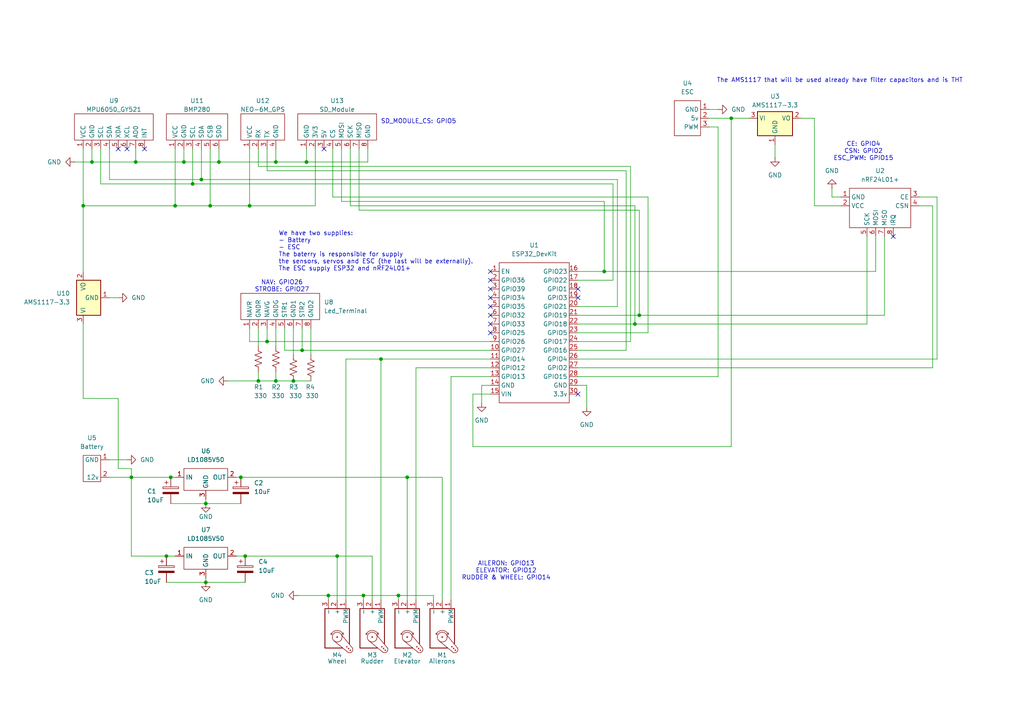
<source format=kicad_sch>
(kicad_sch (version 20250114) (generator "eeschema") (generator_version "9.0")
  (paper "A4")
  (title_block (title "Airplane Circuit") (date "2025-09-04") (rev "0.0.1") (company "Breno Soares Alves"))
  (lib_symbols
    (symbol "Device:C_Polarized" (pin_numbers (hide yes)) (pin_names (offset 0.254))
      (property "Reference" "C" (at 0.635 2.54 0))
      (property "Value" "C_Polarized" (at 0.635 -2.54 0))
      (symbol "C_Polarized_0_1"
        (rectangle (start -2.286 0.508) (end 2.286 1.016))
        (polyline (pts (xy -1.778 2.286) (xy -0.762 2.286)))
        (polyline (pts (xy -1.27 2.794) (xy -1.27 1.778)))
        (rectangle (start 2.286 -0.508) (end -2.286 -1.016) (fill (type outline)))
      )
      (symbol "C_Polarized_1_1"
        (pin passive line (at 0 3.81 270) (length 2.794) (name "~") (number "1"))
        (pin passive line (at 0 -3.81 90) (length 2.794) (name "~") (number "2"))
      )
    )
    (symbol "Device:R_US" (pin_numbers (hide yes)) (pin_names (offset 0))
      (property "Reference" "R" (at 2.54 0 90))
      (property "Value" "R_US" (at -2.54 0 90))
      (symbol "R_US_0_1"
        (polyline (pts (xy 0 2.286) (xy 0 2.54)))
        (polyline (pts (xy 0 2.286) (xy 1.016 1.905) (xy 0 1.524) (xy -1.016 1.143) (xy 0 0.762)))
        (polyline (pts (xy 0 0.762) (xy 1.016 0.381) (xy 0 0) (xy -1.016 -0.381) (xy 0 -0.762)))
        (polyline (pts (xy 0 -0.762) (xy 1.016 -1.143) (xy 0 -1.524) (xy -1.016 -1.905) (xy 0 -2.286)))
        (polyline (pts (xy 0 -2.286) (xy 0 -2.54)))
      )
      (symbol "R_US_1_1"
        (pin passive line (at 0 3.81 270) (length 1.27) (name "~") (number "1"))
        (pin passive line (at 0 -3.81 90) (length 1.27) (name "~") (number "2"))
      )
    )
    (symbol "LD1085V50_1"
      (property "Reference" "U" (at 0 7.62 0))
      (property "Value" "LD1085V50" (at 0 5.08 0))
      (symbol "LD1085V50_1_0_1"
        (rectangle (start -6.35 3.81) (end 6.35 -2.54))
      )
      (symbol "LD1085V50_1_1_1"
        (pin bidirectional line (at -8.89 1.27 0) (length 2.54) (name "IN") (number "1"))
        (pin bidirectional line (at 0 -5.08 90) (length 2.54) (name "GND") (number "3"))
        (pin bidirectional line (at 8.89 1.27 180) (length 2.54) (name "OUT") (number "2"))
      )
    )
    (symbol "Motor:Motor_Servo" (pin_names (offset 0.0254))
      (property "Reference" "M" (at -5.08 4.445 0))
      (property "Value" "Motor_Servo" (at -5.08 -4.064 0))
      (symbol "Motor_Servo_0_1"
        (polyline (pts (xy 2.413 1.778) (xy 1.905 1.778)))
        (polyline (pts (xy 2.413 1.778) (xy 2.286 1.397)))
        (polyline (pts (xy 2.413 -1.778) (xy 2.032 -1.778)))
        (polyline (pts (xy 2.413 -1.778) (xy 2.286 -1.397)))
        (arc (start 2.413 -1.778) (mid 1.2406 0) (end 2.413 1.778))
        (circle (center 3.175 0) (radius 0.1778))
        (circle (center 3.175 0) (radius 1.4224))
        (polyline (pts (xy 5.08 3.556) (xy -5.08 3.556) (xy -5.08 -3.556) (xy 6.35 -3.556) (xy 6.35 1.524)) (stroke (width 0.254)))
        (circle (center 5.969 2.794) (radius 0.127))
        (polyline (pts (xy 6.35 4.445) (xy 2.54 1.27)))
        (circle (center 6.477 3.302) (radius 0.127))
        (arc (start 6.35 4.445) (mid 7.4487 4.2737) (end 7.62 3.175))
        (circle (center 6.985 3.81) (radius 0.127))
        (polyline (pts (xy 7.62 3.175) (xy 4.191 -1.016)))
      )
      (symbol "Motor_Servo_1_1"
        (pin passive line (at -7.62 2.54 0) (length 2.54) (name "PWM") (number "1"))
        (pin passive line (at -7.62 0 0) (length 2.54) (name "+") (number "2"))
        (pin passive line (at -7.62 -2.54 0) (length 2.54) (name "-") (number "3"))
      )
    )
    (symbol "Regulator_Linear:AMS1117-3.3"
      (property "Reference" "U" (at -3.81 3.175 0))
      (property "Value" "AMS1117-3.3" (at 0 3.175 0))
      (symbol "AMS1117-3.3_0_1"
        (rectangle (start -5.08 -5.08) (end 5.08 1.905) (stroke (width 0.254)) (fill (type background)))
      )
      (symbol "AMS1117-3.3_1_1"
        (pin power_in line (at -7.62 0 0) (length 2.54) (name "VI") (number "3"))
        (pin power_in line (at 0 -7.62 90) (length 2.54) (name "GND") (number "1"))
        (pin power_out line (at 7.62 0 180) (length 2.54) (name "VO") (number "2"))
      )
    )
    (symbol "airplane_comps:BMP280"
      (property "Reference" "U" (at 0 7.62 0))
      (property "Value" "BMP280" (at 0 5.08 0))
      (symbol "BMP280_0_1"
        (rectangle (start -8.89 3.81) (end 8.89 -3.81))
      )
      (symbol "BMP280_1_1"
        (pin bidirectional line (at -6.35 -6.35 90) (length 2.54) (name "VCC") (number "1"))
        (pin bidirectional line (at -3.81 -6.35 90) (length 2.54) (name "GND") (number "2"))
        (pin bidirectional line (at -1.27 -6.35 90) (length 2.54) (name "SCL") (number "3"))
        (pin bidirectional line (at 1.27 -6.35 90) (length 2.54) (name "SDA") (number "4"))
        (pin bidirectional line (at 3.81 -6.35 90) (length 2.54) (name "CSB") (number "5"))
        (pin bidirectional line (at 6.35 -6.35 90) (length 2.54) (name "SDO") (number "6"))
      )
    )
    (symbol "airplane_comps:Battery"
      (property "Reference" "U" (at 0 7.62 0))
      (property "Value" "Battery" (at 0 5.08 0))
      (symbol "Battery_0_1"
        (rectangle (start -2.54 3.81) (end 2.54 -3.81))
      )
      (symbol "Battery_1_1"
        (pin bidirectional line (at 5.08 2.54 180) (length 2.54) (name "GND") (number "1"))
        (pin bidirectional line (at 5.08 -2.54 180) (length 2.54) (name "12v") (number "2"))
      )
    )
    (symbol "airplane_comps:ESC"
      (property "Reference" "U" (at 0 8.89 0))
      (property "Value" "ESC" (at 0 6.35 0))
      (symbol "ESC_0_1"
        (rectangle (start -3.81 5.08) (end 3.81 -5.08))
      )
      (symbol "ESC_1_1"
        (pin bidirectional line (at 6.35 2.54 180) (length 2.54) (name "GND") (number "1"))
        (pin bidirectional line (at 6.35 0 180) (length 2.54) (name "5v") (number "2"))
        (pin bidirectional line (at 6.35 -2.54 180) (length 2.54) (name "PWM") (number "3"))
      )
    )
    (symbol "airplane_comps:ESP32_DevKit"
      (property "Reference" "U" (at 0 24.13 0))
      (property "Value" "ESP32_DevKit" (at 0 21.59 0))
      (symbol "ESP32_DevKit_0_1"
        (rectangle (start -10.16 20.32) (end 10.16 -20.32))
      )
      (symbol "ESP32_DevKit_1_1"
        (pin bidirectional line (at -12.7 17.78 0) (length 2.54) (name "EN") (number "1"))
        (pin bidirectional line (at -12.7 15.24 0) (length 2.54) (name "GPIO36") (number "2"))
        (pin bidirectional line (at -12.7 12.7 0) (length 2.54) (name "GPIO39") (number "3"))
        (pin bidirectional line (at -12.7 10.16 0) (length 2.54) (name "GPIO34") (number "4"))
        (pin bidirectional line (at -12.7 7.62 0) (length 2.54) (name "GPIO35") (number "5"))
        (pin bidirectional line (at -12.7 5.08 0) (length 2.54) (name "GPIO32") (number "6"))
        (pin bidirectional line (at -12.7 2.54 0) (length 2.54) (name "GPIO33") (number "7"))
        (pin bidirectional line (at -12.7 0 0) (length 2.54) (name "GPIO25") (number "8"))
        (pin bidirectional line (at -12.7 -2.54 0) (length 2.54) (name "GPIO26") (number "9"))
        (pin bidirectional line (at -12.7 -5.08 0) (length 2.54) (name "GPIO27") (number "10"))
        (pin bidirectional line (at -12.7 -7.62 0) (length 2.54) (name "GPIO14") (number "11"))
        (pin bidirectional line (at -12.7 -10.16 0) (length 2.54) (name "GPIO12") (number "12"))
        (pin bidirectional line (at -12.7 -12.7 0) (length 2.54) (name "GPIO13") (number "13"))
        (pin bidirectional line (at -12.7 -15.24 0) (length 2.54) (name "GND") (number "14"))
        (pin bidirectional line (at -12.7 -17.78 0) (length 2.54) (name "VIN") (number "15"))
        (pin bidirectional line (at 12.7 17.78 180) (length 2.54) (name "GPIO23") (number "16"))
        (pin bidirectional line (at 12.7 15.24 180) (length 2.54) (name "GPIO22") (number "17"))
        (pin bidirectional line (at 12.7 12.7 180) (length 2.54) (name "GPIO1") (number "18"))
        (pin bidirectional line (at 12.7 10.16 180) (length 2.54) (name "GPIO3") (number "19"))
        (pin bidirectional line (at 12.7 7.62 180) (length 2.54) (name "GPIO21") (number "20"))
        (pin bidirectional line (at 12.7 5.08 180) (length 2.54) (name "GPIO19") (number "21"))
        (pin bidirectional line (at 12.7 2.54 180) (length 2.54) (name "GPIO18") (number "22"))
        (pin bidirectional line (at 12.7 0 180) (length 2.54) (name "GPIO5") (number "23"))
        (pin bidirectional line (at 12.7 -2.54 180) (length 2.54) (name "GPIO17") (number "24"))
        (pin bidirectional line (at 12.7 -5.08 180) (length 2.54) (name "GPIO16") (number "25"))
        (pin bidirectional line (at 12.7 -7.62 180) (length 2.54) (name "GPIO4") (number "26"))
        (pin bidirectional line (at 12.7 -10.16 180) (length 2.54) (name "GPIO2") (number "27"))
        (pin bidirectional line (at 12.7 -12.7 180) (length 2.54) (name "GPIO15") (number "28"))
        (pin bidirectional line (at 12.7 -15.24 180) (length 2.54) (name "GND") (number "29"))
        (pin bidirectional line (at 12.7 -17.78 180) (length 2.54) (name "3.3v") (number "30"))
      )
    )
    (symbol "airplane_comps:LD1085V50"
      (property "Reference" "U" (at 0 7.62 0))
      (property "Value" "LD1085V50" (at 0 5.08 0))
      (symbol "LD1085V50_0_1"
        (rectangle (start -6.35 3.81) (end 6.35 -2.54))
      )
      (symbol "LD1085V50_1_1"
        (pin bidirectional line (at -8.89 1.27 0) (length 2.54) (name "IN") (number "1"))
        (pin bidirectional line (at 0 -5.08 90) (length 2.54) (name "GND") (number "3"))
        (pin bidirectional line (at 8.89 1.27 180) (length 2.54) (name "OUT") (number "2"))
      )
    )
    (symbol "airplane_comps:Led_Terminal"
      (property "Reference" "U" (at 0 7.62 0))
      (property "Value" "Led_Terminal" (at 0 5.08 0))
      (symbol "Led_Terminal_0_1"
        (rectangle (start -11.43 3.81) (end 11.43 -3.81))
      )
      (symbol "Led_Terminal_1_1"
        (pin bidirectional line (at -8.89 -6.35 90) (length 2.54) (name "NAVR") (number "1"))
        (pin bidirectional line (at -6.35 -6.35 90) (length 2.54) (name "GNDR") (number "2"))
        (pin bidirectional line (at -3.81 -6.35 90) (length 2.54) (name "NAVG") (number "3"))
        (pin bidirectional line (at -1.27 -6.35 90) (length 2.54) (name "GNDG") (number "4"))
        (pin bidirectional line (at 1.27 -6.35 90) (length 2.54) (name "STR1") (number "5"))
        (pin bidirectional line (at 3.81 -6.35 90) (length 2.54) (name "GND1") (number "6"))
        (pin bidirectional line (at 6.35 -6.35 90) (length 2.54) (name "STR2") (number "7"))
        (pin bidirectional line (at 8.89 -6.35 90) (length 2.54) (name "GND2") (number "8"))
      )
    )
    (symbol "airplane_comps:MPU6050_GY521"
      (property "Reference" "U" (at 0 7.62 0))
      (property "Value" "MPU6050_GY521" (at 0 5.08 0))
      (symbol "MPU6050_GY521_0_1"
        (rectangle (start -11.43 3.81) (end 11.43 -3.81))
      )
      (symbol "MPU6050_GY521_1_1"
        (pin bidirectional line (at -8.89 -6.35 90) (length 2.54) (name "VCC") (number "1"))
        (pin bidirectional line (at -6.35 -6.35 90) (length 2.54) (name "GND") (number "2"))
        (pin bidirectional line (at -3.81 -6.35 90) (length 2.54) (name "SCL") (number "3"))
        (pin bidirectional line (at -1.27 -6.35 90) (length 2.54) (name "SDA") (number "4"))
        (pin bidirectional line (at 1.27 -6.35 90) (length 2.54) (name "XDA") (number "5"))
        (pin bidirectional line (at 3.81 -6.35 90) (length 2.54) (name "XCL") (number "6"))
        (pin bidirectional line (at 6.35 -6.35 90) (length 2.54) (name "AD0") (number "7"))
        (pin bidirectional line (at 8.89 -6.35 90) (length 2.54) (name "INT") (number "8"))
      )
    )
    (symbol "airplane_comps:NEO-6M_GPS"
      (property "Reference" "U" (at 0 7.62 0))
      (property "Value" "NEO-6M_GPS" (at 0 5.08 0))
      (symbol "NEO-6M_GPS_0_1"
        (rectangle (start -6.35 3.81) (end 6.35 -3.81))
      )
      (symbol "NEO-6M_GPS_1_1"
        (pin bidirectional line (at -3.81 -6.35 90) (length 2.54) (name "VCC") (number "1"))
        (pin bidirectional line (at -1.27 -6.35 90) (length 2.54) (name "RX") (number "2"))
        (pin bidirectional line (at 1.27 -6.35 90) (length 2.54) (name "TX") (number "3"))
        (pin bidirectional line (at 3.81 -6.35 90) (length 2.54) (name "GND") (number "4"))
      )
    )
    (symbol "airplane_comps:SD_Module"
      (property "Reference" "U" (at 0 7.62 0))
      (property "Value" "SD_Module" (at 0 5.08 0))
      (symbol "SD_Module_0_1"
        (rectangle (start -11.43 3.81) (end 11.43 -3.81))
      )
      (symbol "SD_Module_1_1"
        (pin bidirectional line (at -8.89 -6.35 90) (length 2.54) (name "GND") (number "1"))
        (pin bidirectional line (at -6.35 -6.35 90) (length 2.54) (name "3V3") (number "2"))
        (pin bidirectional line (at -3.81 -6.35 90) (length 2.54) (name "5V") (number "3"))
        (pin bidirectional line (at -1.27 -6.35 90) (length 2.54) (name "CS") (number "4"))
        (pin bidirectional line (at 1.27 -6.35 90) (length 2.54) (name "MOSI") (number "5"))
        (pin bidirectional line (at 3.81 -6.35 90) (length 2.54) (name "SCK") (number "6"))
        (pin bidirectional line (at 6.35 -6.35 90) (length 2.54) (name "MISO") (number "7"))
        (pin bidirectional line (at 8.89 -6.35 90) (length 2.54) (name "GND") (number "8"))
      )
    )
    (symbol "airplane_comps:nRF24L01+"
      (property "Reference" "U" (at 0 8.89 0))
      (property "Value" "nRF24L01+" (at 0 6.35 0))
      (symbol "nRF24L01+_0_1"
        (rectangle (start -8.89 5.08) (end 8.89 -6.35))
      )
      (symbol "nRF24L01+_1_1"
        (pin bidirectional line (at -11.43 2.54 0) (length 2.54) (name "GND") (number "1"))
        (pin bidirectional line (at -11.43 0 0) (length 2.54) (name "VCC") (number "2"))
        (pin bidirectional line (at -3.81 -8.89 90) (length 2.54) (name "SCK") (number "5"))
        (pin bidirectional line (at -1.27 -8.89 90) (length 2.54) (name "MOSI") (number "6"))
        (pin bidirectional line (at 1.27 -8.89 90) (length 2.54) (name "MISO") (number "7"))
        (pin bidirectional line (at 3.81 -8.89 90) (length 2.54) (name "IRQ") (number "8"))
        (pin bidirectional line (at 11.43 2.54 180) (length 2.54) (name "CE") (number "3"))
        (pin bidirectional line (at 11.43 0 180) (length 2.54) (name "CSN") (number "4"))
      )
    )
    (symbol "power:GND" (power) (pin_numbers (hide yes)) (pin_names (offset 0) (hide yes))
      (property "Value" "GND" (at 0 -3.81 0))
      (symbol "GND_0_1"
        (polyline (pts (xy 0 0) (xy 0 -1.27) (xy 1.27 -1.27) (xy 0 -2.54) (xy -1.27 -1.27) (xy 0 -1.27)))
      )
      (symbol "GND_1_1"
        (pin power_in line (at 0 0 270) (length 0) (name "~") (number "1"))
      )
    )
  )
  (text "AILERON: GPIO13\nELEVATOR: GPIO12\nRUDDER & WHEEL: GPIO14" (at 146.812 165.608 0) (effects (font (size 1.27 1.27))))
  (text "SD_MODULE_CS: GPIO5" (at 121.412 35.306 0) (effects (font (size 1.27 1.27))))
  (text "NAV: GPIO26\nSTROBE: GPIO27" (at 81.788 83.058 0) (effects (font (size 1.27 1.27))))
  (text "We have two supplies:\n- Battery\n- ESC\nThe baterry is responsible for supply \nthe sensors, servos and ESC (the last will be externally).\nThe ESC supply ESP32 and nRF24L01+" (at 80.772 72.898 0) (effects (font (size 1.27 1.27)) (justify left)))
  (text "CE: GPIO4\nCSN: GPIO2\nESC_PWM: GPIO15" (at 250.444 43.942 0) (effects (font (size 1.27 1.27))))
  (text "The AMS1117 that will be used already have filter capacitors and is THT" (at 243.586 23.368 0) (effects (font (size 1.27 1.27))))
  (junction (at 212.09 34.29))
  (junction (at 85.09 110.49))
  (junction (at 26.67 46.99))
  (junction (at 97.79 161.29))
  (junction (at 87.63 101.6))
  (junction (at 59.69 146.05))
  (junction (at 185.42 91.44))
  (junction (at 63.5 46.99))
  (junction (at 69.85 138.43))
  (junction (at 115.57 172.72))
  (junction (at 39.37 46.99))
  (junction (at 55.88 53.34))
  (junction (at 59.69 168.91))
  (junction (at 95.25 172.72))
  (junction (at 58.42 52.07))
  (junction (at 24.13 59.69))
  (junction (at 118.11 138.43))
  (junction (at 72.39 59.69))
  (junction (at 105.41 172.72))
  (junction (at 38.1 138.43))
  (junction (at 48.26 161.29))
  (junction (at 88.9 46.99))
  (junction (at 60.96 59.69))
  (junction (at 50.8 59.69))
  (junction (at 184.15 93.98))
  (junction (at 71.12 161.29))
  (junction (at 53.34 46.99))
  (junction (at 80.01 110.49))
  (junction (at 49.53 138.43))
  (junction (at 110.49 104.14))
  (junction (at 77.47 99.06))
  (junction (at 74.93 110.49))
  (junction (at 80.01 46.99))
  (junction (at 175.26 78.74))
  (no_connect (at 142.24 83.82))
  (no_connect (at 167.64 83.82))
  (no_connect (at 142.24 81.28))
  (no_connect (at 34.29 43.18))
  (no_connect (at 167.64 114.3))
  (no_connect (at 259.08 68.58))
  (no_connect (at 142.24 93.98))
  (no_connect (at 41.91 43.18))
  (no_connect (at 142.24 88.9))
  (no_connect (at 93.98 43.18))
  (no_connect (at 142.24 96.52))
  (no_connect (at 142.24 91.44))
  (no_connect (at 36.83 43.18))
  (no_connect (at 142.24 86.36))
  (no_connect (at 142.24 78.74))
  (no_connect (at 167.64 86.36))
  (wire (pts (xy 271.78 104.14) (xy 167.64 104.14)))
  (wire (pts (xy 110.49 173.99) (xy 110.49 104.14)))
  (wire (pts (xy 125.73 172.72) (xy 125.73 173.99)))
  (wire (pts (xy 74.93 48.26) (xy 182.88 48.26)))
  (wire (pts (xy 49.53 138.43) (xy 50.8 138.43)))
  (wire (pts (xy 59.69 168.91) (xy 71.12 168.91)))
  (wire (pts (xy 205.74 31.75) (xy 208.28 31.75)))
  (wire (pts (xy 205.74 34.29) (xy 212.09 34.29)))
  (wire (pts (xy 49.53 146.05) (xy 59.69 146.05)))
  (wire (pts (xy 205.74 36.83) (xy 208.28 36.83)))
  (wire (pts (xy 26.67 46.99) (xy 26.67 43.18)))
  (wire (pts (xy 115.57 172.72) (xy 125.73 172.72)))
  (wire (pts (xy 243.84 57.15) (xy 241.3 57.15)))
  (wire (pts (xy 77.47 99.06) (xy 142.24 99.06)))
  (wire (pts (xy 87.63 101.6) (xy 142.24 101.6)))
  (wire (pts (xy 101.6 59.69) (xy 184.15 59.69)))
  (wire (pts (xy 55.88 53.34) (xy 29.21 53.34)))
  (wire (pts (xy 187.96 96.52) (xy 167.64 96.52)))
  (wire (pts (xy 184.15 93.98) (xy 251.46 93.98)))
  (wire (pts (xy 72.39 59.69) (xy 91.44 59.69)))
  (wire (pts (xy 53.34 46.99) (xy 53.34 43.18)))
  (wire (pts (xy 31.75 86.36) (xy 34.29 86.36)))
  (wire (pts (xy 256.54 68.58) (xy 256.54 91.44)))
  (wire (pts (xy 80.01 110.49) (xy 85.09 110.49)))
  (wire (pts (xy 24.13 43.18) (xy 24.13 59.69)))
  (wire (pts (xy 68.58 161.29) (xy 71.12 161.29)))
  (wire (pts (xy 118.11 138.43) (xy 128.27 138.43)))
  (wire (pts (xy 63.5 43.18) (xy 63.5 46.99)))
  (wire (pts (xy 175.26 78.74) (xy 167.64 78.74)))
  (wire (pts (xy 104.14 60.96) (xy 185.42 60.96)))
  (wire (pts (xy 107.95 161.29) (xy 107.95 173.99)))
  (wire (pts (xy 34.29 115.57) (xy 24.13 115.57)))
  (wire (pts (xy 24.13 59.69) (xy 50.8 59.69)))
  (wire (pts (xy 55.88 43.18) (xy 55.88 53.34)))
  (wire (pts (xy 177.8 81.28) (xy 177.8 53.34)))
  (wire (pts (xy 82.55 95.25) (xy 82.55 101.6)))
  (wire (pts (xy 72.39 99.06) (xy 77.47 99.06)))
  (wire (pts (xy 175.26 58.42) (xy 175.26 78.74)))
  (wire (pts (xy 95.25 172.72) (xy 105.41 172.72)))
  (wire (pts (xy 38.1 138.43) (xy 38.1 135.89)))
  (wire (pts (xy 53.34 46.99) (xy 63.5 46.99)))
  (wire (pts (xy 74.93 43.18) (xy 74.93 48.26)))
  (wire (pts (xy 270.51 59.69) (xy 270.51 106.68)))
  (wire (pts (xy 77.47 95.25) (xy 77.47 99.06)))
  (wire (pts (xy 271.78 57.15) (xy 271.78 104.14)))
  (wire (pts (xy 91.44 43.18) (xy 91.44 59.69)))
  (wire (pts (xy 48.26 168.91) (xy 59.69 168.91)))
  (wire (pts (xy 21.59 46.99) (xy 26.67 46.99)))
  (wire (pts (xy 139.7 116.84) (xy 139.7 111.76)))
  (wire (pts (xy 71.12 161.29) (xy 97.79 161.29)))
  (wire (pts (xy 38.1 161.29) (xy 48.26 161.29)))
  (wire (pts (xy 137.16 114.3) (xy 142.24 114.3)))
  (wire (pts (xy 100.33 173.99) (xy 100.33 104.14)))
  (wire (pts (xy 66.04 110.49) (xy 74.93 110.49)))
  (wire (pts (xy 39.37 46.99) (xy 39.37 43.18)))
  (wire (pts (xy 170.18 111.76) (xy 170.18 118.11)))
  (wire (pts (xy 63.5 46.99) (xy 80.01 46.99)))
  (wire (pts (xy 82.55 101.6) (xy 87.63 101.6)))
  (wire (pts (xy 179.07 88.9) (xy 179.07 52.07)))
  (wire (pts (xy 80.01 46.99) (xy 80.01 43.18)))
  (wire (pts (xy 68.58 138.43) (xy 69.85 138.43)))
  (wire (pts (xy 39.37 46.99) (xy 53.34 46.99)))
  (wire (pts (xy 80.01 107.95) (xy 80.01 110.49)))
  (wire (pts (xy 167.64 93.98) (xy 184.15 93.98)))
  (wire (pts (xy 38.1 138.43) (xy 38.1 161.29)))
  (wire (pts (xy 241.3 57.15) (xy 241.3 54.61)))
  (wire (pts (xy 106.68 46.99) (xy 106.68 43.18)))
  (wire (pts (xy 184.15 59.69) (xy 184.15 93.98)))
  (wire (pts (xy 251.46 93.98) (xy 251.46 68.58)))
  (wire (pts (xy 182.88 48.26) (xy 182.88 99.06)))
  (wire (pts (xy 31.75 52.07) (xy 31.75 43.18)))
  (wire (pts (xy 208.28 109.22) (xy 167.64 109.22)))
  (wire (pts (xy 167.64 88.9) (xy 179.07 88.9)))
  (wire (pts (xy 74.93 100.33) (xy 74.93 95.25)))
  (wire (pts (xy 58.42 52.07) (xy 31.75 52.07)))
  (wire (pts (xy 48.26 161.29) (xy 50.8 161.29)))
  (wire (pts (xy 59.69 167.64) (xy 59.69 168.91)))
  (wire (pts (xy 60.96 59.69) (xy 72.39 59.69)))
  (wire (pts (xy 59.69 146.05) (xy 69.85 146.05)))
  (wire (pts (xy 34.29 135.89) (xy 34.29 115.57)))
  (wire (pts (xy 254 68.58) (xy 254 78.74)))
  (wire (pts (xy 128.27 138.43) (xy 128.27 173.99)))
  (wire (pts (xy 266.7 59.69) (xy 270.51 59.69)))
  (wire (pts (xy 105.41 172.72) (xy 105.41 173.99)))
  (wire (pts (xy 85.09 95.25) (xy 85.09 102.87)))
  (wire (pts (xy 38.1 135.89) (xy 34.29 135.89)))
  (wire (pts (xy 167.64 111.76) (xy 170.18 111.76)))
  (wire (pts (xy 104.14 43.18) (xy 104.14 60.96)))
  (wire (pts (xy 212.09 129.54) (xy 137.16 129.54)))
  (wire (pts (xy 182.88 99.06) (xy 167.64 99.06)))
  (wire (pts (xy 120.65 106.68) (xy 142.24 106.68)))
  (wire (pts (xy 88.9 46.99) (xy 88.9 43.18)))
  (wire (pts (xy 72.39 59.69) (xy 72.39 43.18)))
  (wire (pts (xy 72.39 95.25) (xy 72.39 99.06)))
  (wire (pts (xy 177.8 53.34) (xy 55.88 53.34)))
  (wire (pts (xy 26.67 46.99) (xy 39.37 46.99)))
  (wire (pts (xy 187.96 57.15) (xy 187.96 96.52)))
  (wire (pts (xy 254 78.74) (xy 175.26 78.74)))
  (wire (pts (xy 115.57 172.72) (xy 115.57 173.99)))
  (wire (pts (xy 38.1 138.43) (xy 49.53 138.43)))
  (wire (pts (xy 97.79 161.29) (xy 97.79 173.99)))
  (wire (pts (xy 77.47 43.18) (xy 77.47 49.53)))
  (wire (pts (xy 50.8 59.69) (xy 60.96 59.69)))
  (wire (pts (xy 101.6 43.18) (xy 101.6 59.69)))
  (wire (pts (xy 74.93 107.95) (xy 74.93 110.49)))
  (wire (pts (xy 29.21 53.34) (xy 29.21 43.18)))
  (wire (pts (xy 77.47 49.53) (xy 181.61 49.53)))
  (wire (pts (xy 167.64 81.28) (xy 177.8 81.28)))
  (wire (pts (xy 58.42 43.18) (xy 58.42 52.07)))
  (wire (pts (xy 95.25 172.72) (xy 95.25 173.99)))
  (wire (pts (xy 130.81 109.22) (xy 142.24 109.22)))
  (wire (pts (xy 110.49 104.14) (xy 142.24 104.14)))
  (wire (pts (xy 181.61 49.53) (xy 181.61 101.6)))
  (wire (pts (xy 100.33 104.14) (xy 110.49 104.14)))
  (wire (pts (xy 96.52 43.18) (xy 96.52 57.15)))
  (wire (pts (xy 118.11 138.43) (xy 118.11 173.99)))
  (wire (pts (xy 224.79 41.91) (xy 224.79 45.72)))
  (wire (pts (xy 60.96 43.18) (xy 60.96 59.69)))
  (wire (pts (xy 24.13 93.98) (xy 24.13 115.57)))
  (wire (pts (xy 236.22 34.29) (xy 236.22 59.69)))
  (wire (pts (xy 99.06 43.18) (xy 99.06 58.42)))
  (wire (pts (xy 50.8 59.69) (xy 50.8 43.18)))
  (wire (pts (xy 236.22 59.69) (xy 243.84 59.69)))
  (wire (pts (xy 80.01 110.49) (xy 74.93 110.49)))
  (wire (pts (xy 80.01 95.25) (xy 80.01 100.33)))
  (wire (pts (xy 137.16 129.54) (xy 137.16 114.3)))
  (wire (pts (xy 185.42 60.96) (xy 185.42 91.44)))
  (wire (pts (xy 99.06 58.42) (xy 175.26 58.42)))
  (wire (pts (xy 212.09 34.29) (xy 212.09 129.54)))
  (wire (pts (xy 120.65 173.99) (xy 120.65 106.68)))
  (wire (pts (xy 97.79 161.29) (xy 107.95 161.29)))
  (wire (pts (xy 185.42 91.44) (xy 167.64 91.44)))
  (wire (pts (xy 270.51 106.68) (xy 167.64 106.68)))
  (wire (pts (xy 90.17 95.25) (xy 90.17 102.87)))
  (wire (pts (xy 87.63 95.25) (xy 87.63 101.6)))
  (wire (pts (xy 85.09 110.49) (xy 90.17 110.49)))
  (wire (pts (xy 31.75 133.35) (xy 36.83 133.35)))
  (wire (pts (xy 88.9 46.99) (xy 106.68 46.99)))
  (wire (pts (xy 266.7 57.15) (xy 271.78 57.15)))
  (wire (pts (xy 69.85 138.43) (xy 118.11 138.43)))
  (wire (pts (xy 232.41 34.29) (xy 236.22 34.29)))
  (wire (pts (xy 212.09 34.29) (xy 217.17 34.29)))
  (wire (pts (xy 181.61 101.6) (xy 167.64 101.6)))
  (wire (pts (xy 179.07 52.07) (xy 58.42 52.07)))
  (wire (pts (xy 208.28 36.83) (xy 208.28 109.22)))
  (wire (pts (xy 24.13 59.69) (xy 24.13 78.74)))
  (wire (pts (xy 105.41 172.72) (xy 115.57 172.72)))
  (wire (pts (xy 86.36 172.72) (xy 95.25 172.72)))
  (wire (pts (xy 96.52 57.15) (xy 187.96 57.15)))
  (wire (pts (xy 256.54 91.44) (xy 185.42 91.44)))
  (wire (pts (xy 59.69 144.78) (xy 59.69 146.05)))
  (wire (pts (xy 80.01 46.99) (xy 88.9 46.99)))
  (wire (pts (xy 130.81 173.99) (xy 130.81 109.22)))
  (wire (pts (xy 31.75 138.43) (xy 38.1 138.43)))
  (wire (pts (xy 139.7 111.76) (xy 142.24 111.76)))
  (symbol (lib_id "Motor:Motor_Servo") (at 107.95 181.61 270) (unit 1)
    (property "Reference" "M3" (at 107.95 189.992 90))
    (property "Value" "Rudder" (at 107.95 191.77 90))
    (property "Footprint" "Connector_PinHeader_2.54mm:PinHeader_1x03_P2.54mm_Vertical" (effects (hide yes)))
    (property "Datasheet" "http://forums.parallax.com/uploads/attachments/46831/74481.png" (effects (hide yes)))
    (property "Description" "Servo Motor (Futaba, HiTec, JR connector)" (effects (hide yes)))
  )
  (symbol (lib_id "airplane_comps:BMP280") (at 57.15 36.83 0) (unit 1)
    (property "Reference" "U11" (at 57.15 29.21 0))
    (property "Value" "BMP280" (at 57.15 31.75 0))
    (property "Footprint" "airplane_foots:BMP280" (effects (hide yes)))
  )
  (symbol (lib_id "Motor:Motor_Servo") (at 128.27 181.61 270) (unit 1)
    (property "Reference" "M1" (at 128.27 189.992 90))
    (property "Value" "Ailerons" (at 128.27 191.77 90))
    (property "Footprint" "Connector_PinHeader_2.54mm:PinHeader_1x03_P2.54mm_Vertical" (effects (hide yes)))
    (property "Datasheet" "http://forums.parallax.com/uploads/attachments/46831/74481.png" (effects (hide yes)))
    (property "Description" "Servo Motor (Futaba, HiTec, JR connector)" (effects (hide yes)))
  )
  (symbol (lib_id "power:GND") (at 34.29 86.36 90) (unit 1)
    (property "Reference" "#PWR011" (effects (hide yes)))
    (property "Value" "GND" (at 38.1 86.3599 90) (effects (justify right)))
    (property "Description" "Power symbol creates a global label with name \"GND\" , ground" (effects (hide yes)))
  )
  (symbol (lib_id "power:GND") (at 241.3 54.61 180) (unit 1)
    (property "Reference" "#PWR03" (effects (hide yes)))
    (property "Value" "GND" (at 241.3 49.53 0))
    (property "Description" "Power symbol creates a global label with name \"GND\" , ground" (effects (hide yes)))
  )
  (symbol (lib_id "airplane_comps:ESP32_DevKit") (at 154.94 96.52 0) (unit 1)
    (property "Reference" "U1" (at 154.94 71.12 0))
    (property "Value" "ESP32_DevKit" (at 154.94 73.66 0))
    (property "Footprint" "airplane_foots:ESP32_DevKit" (effects (hide yes)))
  )
  (symbol (lib_id "Device:C_Polarized") (at 48.26 165.1 0) (unit 1)
    (property "Reference" "C3" (at 41.91 166.116 0) (effects (justify left)))
    (property "Value" "10uF" (at 41.91 168.656 0) (effects (justify left)))
    (property "Footprint" "Capacitor_THT:CP_Radial_D4.0mm_P1.50mm" (effects (hide yes)))
    (property "Description" "Polarized capacitor" (effects (hide yes)))
  )
  (symbol (lib_id "Device:R_US") (at 80.01 104.14 0) (unit 1)
    (property "Reference" "R2" (at 78.74 112.268 0) (effects (justify left)))
    (property "Value" "330" (at 78.74 114.808 0) (effects (justify left)))
    (property "Footprint" "Resistor_THT:R_Axial_DIN0204_L3.6mm_D1.6mm_P5.08mm_Horizontal" (effects (hide yes)))
    (property "Description" "Resistor, US symbol" (effects (hide yes)))
  )
  (symbol (lib_id "Device:C_Polarized") (at 69.85 142.24 0) (unit 1)
    (property "Reference" "C2" (at 73.66 140.0809 0) (effects (justify left)))
    (property "Value" "10uF" (at 73.66 142.6209 0) (effects (justify left)))
    (property "Footprint" "Capacitor_THT:CP_Radial_D4.0mm_P1.50mm" (effects (hide yes)))
    (property "Description" "Polarized capacitor" (effects (hide yes)))
  )
  (symbol (lib_id "Device:R_US") (at 90.17 106.68 0) (unit 1)
    (property "Reference" "R4" (at 88.646 112.268 0) (effects (justify left)))
    (property "Value" "330" (at 88.646 114.808 0) (effects (justify left)))
    (property "Footprint" "Resistor_THT:R_Axial_DIN0204_L3.6mm_D1.6mm_P5.08mm_Horizontal" (effects (hide yes)))
    (property "Description" "Resistor, US symbol" (effects (hide yes)))
  )
  (symbol (lib_id "power:GND") (at 86.36 172.72 270) (unit 1)
    (property "Reference" "#PWR09" (effects (hide yes)))
    (property "Value" "GND" (at 82.55 172.7199 90) (effects (justify right)))
    (property "Description" "Power symbol creates a global label with name \"GND\" , ground" (effects (hide yes)))
  )
  (symbol (lib_id "airplane_comps:Led_Terminal") (at 81.28 88.9 0) (unit 1)
    (property "Reference" "U8" (at 93.98 87.6299 0) (effects (justify left)))
    (property "Value" "Led_Terminal" (at 93.98 90.1699 0) (effects (justify left)))
    (property "Footprint" "TerminalBlock:TerminalBlock_bornier-8_P5.08mm" (effects (hide yes)))
  )
  (symbol (lib_id "airplane_comps:nRF24L01+") (at 255.27 59.69 0) (unit 1)
    (property "Reference" "U2" (at 255.27 49.53 0))
    (property "Value" "nRF24L01+" (at 255.27 52.07 0))
    (property "Footprint" "airplane_foots:nRF24L01+" (effects (hide yes)))
  )
  (symbol (lib_id "Device:C_Polarized") (at 71.12 165.1 0) (unit 1)
    (property "Reference" "C4" (at 74.93 162.9409 0) (effects (justify left)))
    (property "Value" "10uF" (at 74.93 165.4809 0) (effects (justify left)))
    (property "Footprint" "Capacitor_THT:CP_Radial_D4.0mm_P1.50mm" (effects (hide yes)))
    (property "Description" "Polarized capacitor" (effects (hide yes)))
  )
  (symbol (lib_id "power:GND") (at 139.7 116.84 0) (unit 1)
    (property "Reference" "#PWR04" (effects (hide yes)))
    (property "Value" "GND" (at 139.7 121.92 0))
    (property "Description" "Power symbol creates a global label with name \"GND\" , ground" (effects (hide yes)))
  )
  (symbol (lib_id "Regulator_Linear:AMS1117-3.3") (at 224.79 34.29 0) (unit 1)
    (property "Reference" "U3" (at 224.79 27.94 0))
    (property "Value" "AMS1117-3.3" (at 224.79 30.48 0))
    (property "Footprint" "Connector_PinHeader_2.54mm:PinHeader_1x03_P2.54mm_Vertical" (effects (hide yes)))
    (property "Datasheet" "http://www.advanced-monolithic.com/pdf/ds1117.pdf" (effects (hide yes)))
    (property "Description" "1A Low Dropout regulator, positive, 3.3V fixed output, SOT-223" (effects (hide yes)))
  )
  (symbol (lib_id "power:GND") (at 59.69 146.05 0) (unit 1)
    (property "Reference" "#PWR07" (effects (hide yes)))
    (property "Value" "GND" (at 59.69 149.86 0))
    (property "Description" "Power symbol creates a global label with name \"GND\" , ground" (effects (hide yes)))
  )
  (symbol (lib_id "Device:C_Polarized") (at 49.53 142.24 0) (unit 1)
    (property "Reference" "C1" (at 42.672 142.494 0) (effects (justify left)))
    (property "Value" "10uF" (at 42.672 145.034 0) (effects (justify left)))
    (property "Footprint" "Capacitor_THT:CP_Radial_D4.0mm_P1.50mm" (effects (hide yes)))
    (property "Description" "Polarized capacitor" (effects (hide yes)))
  )
  (symbol (lib_id "Motor:Motor_Servo") (at 118.11 181.61 270) (unit 1)
    (property "Reference" "M2" (at 118.11 189.992 90))
    (property "Value" "Elevator" (at 118.11 191.77 90))
    (property "Footprint" "Connector_PinHeader_2.54mm:PinHeader_1x03_P2.54mm_Vertical" (effects (hide yes)))
    (property "Datasheet" "http://forums.parallax.com/uploads/attachments/46831/74481.png" (effects (hide yes)))
    (property "Description" "Servo Motor (Futaba, HiTec, JR connector)" (effects (hide yes)))
  )
  (symbol (lib_name "LD1085V50_1") (lib_id "airplane_comps:LD1085V50") (at 59.69 162.56 0) (unit 1)
    (property "Reference" "U7" (at 59.69 153.67 0))
    (property "Value" "LD1085V50" (at 59.69 156.21 0))
    (property "Footprint" "Package_TO_SOT_THT:TO-220-3_Vertical" (effects (hide yes)))
  )
  (symbol (lib_id "power:GND") (at 170.18 118.11 0) (unit 1)
    (property "Reference" "#PWR05" (effects (hide yes)))
    (property "Value" "GND" (at 170.18 123.19 0))
    (property "Description" "Power symbol creates a global label with name \"GND\" , ground" (effects (hide yes)))
  )
  (symbol (lib_id "Regulator_Linear:AMS1117-3.3") (at 24.13 86.36 90) (unit 1)
    (property "Reference" "U10" (at 20.32 85.0899 90) (effects (justify left)))
    (property "Value" "AMS1117-3.3" (at 20.32 87.6299 90) (effects (justify left)))
    (property "Footprint" "Connector_PinHeader_2.54mm:PinHeader_1x03_P2.54mm_Vertical" (effects (hide yes)))
    (property "Datasheet" "http://www.advanced-monolithic.com/pdf/ds1117.pdf" (effects (hide yes)))
    (property "Description" "1A Low Dropout regulator, positive, 3.3V fixed output, SOT-223" (effects (hide yes)))
  )
  (symbol (lib_id "power:GND") (at 208.28 31.75 90) (unit 1)
    (property "Reference" "#PWR02" (effects (hide yes)))
    (property "Value" "GND" (at 212.09 31.7499 90) (effects (justify right)))
    (property "Description" "Power symbol creates a global label with name \"GND\" , ground" (effects (hide yes)))
  )
  (symbol (lib_id "Device:R_US") (at 74.93 104.14 0) (unit 1)
    (property "Reference" "R1" (at 73.66 112.268 0) (effects (justify left)))
    (property "Value" "330" (at 73.66 114.808 0) (effects (justify left)))
    (property "Footprint" "Resistor_THT:R_Axial_DIN0204_L3.6mm_D1.6mm_P5.08mm_Horizontal" (effects (hide yes)))
    (property "Description" "Resistor, US symbol" (effects (hide yes)))
  )
  (symbol (lib_id "airplane_comps:NEO-6M_GPS") (at 76.2 36.83 0) (unit 1)
    (property "Reference" "U12" (at 76.2 29.21 0))
    (property "Value" "NEO-6M_GPS" (at 76.2 31.75 0))
    (property "Footprint" "airplane_foots:NEO_6M_GPS" (effects (hide yes)))
  )
  (symbol (lib_id "airplane_comps:LD1085V50") (at 59.69 139.7 0) (unit 1)
    (property "Reference" "U6" (at 59.69 130.81 0))
    (property "Value" "LD1085V50" (at 59.69 133.35 0))
    (property "Footprint" "Package_TO_SOT_THT:TO-220-3_Vertical" (effects (hide yes)))
  )
  (symbol (lib_id "airplane_comps:Battery") (at 26.67 135.89 0) (unit 1)
    (property "Reference" "U5" (at 26.67 127 0))
    (property "Value" "Battery" (at 26.67 129.54 0))
    (property "Footprint" "TerminalBlock:TerminalBlock_bornier-2_P5.08mm" (effects (hide yes)))
  )
  (symbol (lib_id "power:GND") (at 224.79 45.72 0) (unit 1)
    (property "Reference" "#PWR01" (effects (hide yes)))
    (property "Value" "GND" (at 224.79 50.8 0))
    (property "Description" "Power symbol creates a global label with name \"GND\" , ground" (effects (hide yes)))
  )
  (symbol (lib_id "airplane_comps:MPU6050_GY521") (at 33.02 36.83 0) (unit 1)
    (property "Reference" "U9" (at 33.02 29.21 0))
    (property "Value" "MPU6050_GY521" (at 33.02 31.75 0))
    (property "Footprint" "airplane_foots:MPU6050_GY521" (effects (hide yes)))
  )
  (symbol (lib_id "airplane_comps:ESC") (at 199.39 34.29 0) (unit 1)
    (property "Reference" "U4" (at 199.39 24.13 0))
    (property "Value" "ESC" (at 199.39 26.67 0))
    (property "Footprint" "Connector_PinHeader_2.54mm:PinHeader_1x03_P2.54mm_Vertical" (effects (hide yes)))
  )
  (symbol (lib_id "power:GND") (at 66.04 110.49 270) (unit 1)
    (property "Reference" "#PWR010" (effects (hide yes)))
    (property "Value" "GND" (at 62.23 110.4899 90) (effects (justify right)))
    (property "Description" "Power symbol creates a global label with name \"GND\" , ground" (effects (hide yes)))
  )
  (symbol (lib_id "Motor:Motor_Servo") (at 97.79 181.61 270) (unit 1)
    (property "Reference" "M4" (at 97.79 189.992 90))
    (property "Value" "Wheel" (at 97.79 191.77 90))
    (property "Footprint" "Connector_PinHeader_2.54mm:PinHeader_1x03_P2.54mm_Vertical" (effects (hide yes)))
    (property "Datasheet" "http://forums.parallax.com/uploads/attachments/46831/74481.png" (effects (hide yes)))
    (property "Description" "Servo Motor (Futaba, HiTec, JR connector)" (effects (hide yes)))
  )
  (symbol (lib_id "power:GND") (at 36.83 133.35 90) (unit 1)
    (property "Reference" "#PWR06" (effects (hide yes)))
    (property "Value" "GND" (at 40.64 133.3499 90) (effects (justify right)))
    (property "Description" "Power symbol creates a global label with name \"GND\" , ground" (effects (hide yes)))
  )
  (symbol (lib_id "airplane_comps:SD_Module") (at 97.79 36.83 0) (unit 1)
    (property "Reference" "U13" (at 97.79 29.21 0))
    (property "Value" "SD_Module" (at 97.79 31.75 0))
    (property "Footprint" "airplane_foots:SD_Card_Module" (effects (hide yes)))
  )
  (symbol (lib_id "power:GND") (at 59.69 168.91 0) (unit 1)
    (property "Reference" "#PWR08" (effects (hide yes)))
    (property "Value" "GND" (at 59.69 173.99 0))
    (property "Description" "Power symbol creates a global label with name \"GND\" , ground" (effects (hide yes)))
  )
  (symbol (lib_id "power:GND") (at 21.59 46.99 270) (unit 1)
    (property "Reference" "#PWR012" (effects (hide yes)))
    (property "Value" "GND" (at 17.78 46.9899 90) (effects (justify right)))
    (property "Description" "Power symbol creates a global label with name \"GND\" , ground" (effects (hide yes)))
  )
  (symbol (lib_id "Device:R_US") (at 85.09 106.68 0) (unit 1)
    (property "Reference" "R3" (at 83.82 112.268 0) (effects (justify left)))
    (property "Value" "330" (at 83.82 114.808 0) (effects (justify left)))
    (property "Footprint" "Resistor_THT:R_Axial_DIN0204_L3.6mm_D1.6mm_P5.08mm_Horizontal" (effects (hide yes)))
    (property "Description" "Resistor, US symbol" (effects (hide yes)))
  )
)
</source>
